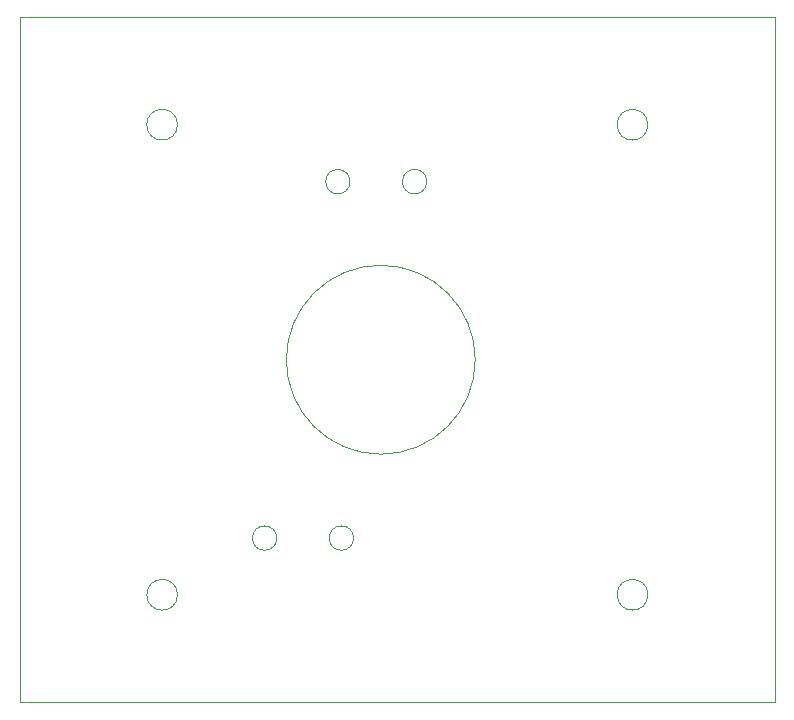
<source format=gbr>
%TF.GenerationSoftware,KiCad,Pcbnew,(5.1.5)-3*%
%TF.CreationDate,2020-08-30T11:50:14-07:00*%
%TF.ProjectId,ypanel,7970616e-656c-42e6-9b69-6361645f7063,rev?*%
%TF.SameCoordinates,Original*%
%TF.FileFunction,Profile,NP*%
%FSLAX46Y46*%
G04 Gerber Fmt 4.6, Leading zero omitted, Abs format (unit mm)*
G04 Created by KiCad (PCBNEW (5.1.5)-3) date 2020-08-30 11:50:14*
%MOMM*%
%LPD*%
G04 APERTURE LIST*
%ADD10C,0.100000*%
%ADD11C,0.050000*%
G04 APERTURE END LIST*
D10*
X151587000Y-99000001D02*
G75*
G03X151587000Y-99000001I-8000000J0D01*
G01*
X134779564Y-114100000D02*
G75*
G03X134779564Y-114100000I-1029564J0D01*
G01*
X141279564Y-114100000D02*
G75*
G03X141279564Y-114100000I-1029564J0D01*
G01*
X126375000Y-118900000D02*
G75*
G03X126375000Y-118900000I-1300000J0D01*
G01*
X140979564Y-83920436D02*
G75*
G03X140979564Y-83920436I-1029564J0D01*
G01*
X147479564Y-83920436D02*
G75*
G03X147479564Y-83920436I-1029564J0D01*
G01*
X176975000Y-70000000D02*
X176975000Y-128000000D01*
X166200000Y-118900000D02*
G75*
G03X166200000Y-118900000I-1300000J0D01*
G01*
D11*
X126372800Y-79100000D02*
G75*
G03X126372800Y-79100000I-1300000J0D01*
G01*
D10*
X166195000Y-79102480D02*
G75*
G03X166195000Y-79102480I-1300000J0D01*
G01*
X176975000Y-70000000D02*
X113000000Y-70000000D01*
X113000000Y-128000000D02*
X176975000Y-128000000D01*
X113000000Y-70000000D02*
X113000000Y-128000000D01*
M02*

</source>
